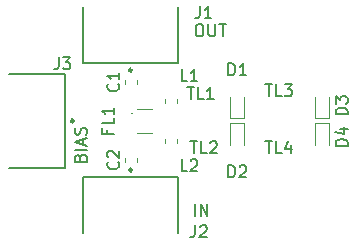
<source format=gbr>
%TF.GenerationSoftware,KiCad,Pcbnew,5.1.10-88a1d61d58~88~ubuntu18.04.1*%
%TF.CreationDate,2021-09-27T17:31:08+02:00*%
%TF.ProjectId,rf_phase_shifter_5_8GHz,72665f70-6861-4736-955f-736869667465,1.0.0*%
%TF.SameCoordinates,Original*%
%TF.FileFunction,Legend,Top*%
%TF.FilePolarity,Positive*%
%FSLAX46Y46*%
G04 Gerber Fmt 4.6, Leading zero omitted, Abs format (unit mm)*
G04 Created by KiCad (PCBNEW 5.1.10-88a1d61d58~88~ubuntu18.04.1) date 2021-09-27 17:31:08*
%MOMM*%
%LPD*%
G01*
G04 APERTURE LIST*
%ADD10C,0.150000*%
%ADD11C,0.250000*%
%ADD12C,0.100000*%
%ADD13C,0.120000*%
G04 APERTURE END LIST*
D10*
X80192571Y-62031428D02*
X80240190Y-61888571D01*
X80287809Y-61840952D01*
X80383047Y-61793333D01*
X80525904Y-61793333D01*
X80621142Y-61840952D01*
X80668761Y-61888571D01*
X80716380Y-61983809D01*
X80716380Y-62364761D01*
X79716380Y-62364761D01*
X79716380Y-62031428D01*
X79764000Y-61936190D01*
X79811619Y-61888571D01*
X79906857Y-61840952D01*
X80002095Y-61840952D01*
X80097333Y-61888571D01*
X80144952Y-61936190D01*
X80192571Y-62031428D01*
X80192571Y-62364761D01*
X80716380Y-61364761D02*
X79716380Y-61364761D01*
X80430666Y-60936190D02*
X80430666Y-60460000D01*
X80716380Y-61031428D02*
X79716380Y-60698095D01*
X80716380Y-60364761D01*
X80668761Y-60079047D02*
X80716380Y-59936190D01*
X80716380Y-59698095D01*
X80668761Y-59602857D01*
X80621142Y-59555238D01*
X80525904Y-59507619D01*
X80430666Y-59507619D01*
X80335428Y-59555238D01*
X80287809Y-59602857D01*
X80240190Y-59698095D01*
X80192571Y-59888571D01*
X80144952Y-59983809D01*
X80097333Y-60031428D01*
X80002095Y-60079047D01*
X79906857Y-60079047D01*
X79811619Y-60031428D01*
X79764000Y-59983809D01*
X79716380Y-59888571D01*
X79716380Y-59650476D01*
X79764000Y-59507619D01*
X90186000Y-50760380D02*
X90376476Y-50760380D01*
X90471714Y-50808000D01*
X90566952Y-50903238D01*
X90614571Y-51093714D01*
X90614571Y-51427047D01*
X90566952Y-51617523D01*
X90471714Y-51712761D01*
X90376476Y-51760380D01*
X90186000Y-51760380D01*
X90090761Y-51712761D01*
X89995523Y-51617523D01*
X89947904Y-51427047D01*
X89947904Y-51093714D01*
X89995523Y-50903238D01*
X90090761Y-50808000D01*
X90186000Y-50760380D01*
X91043142Y-50760380D02*
X91043142Y-51569904D01*
X91090761Y-51665142D01*
X91138380Y-51712761D01*
X91233619Y-51760380D01*
X91424095Y-51760380D01*
X91519333Y-51712761D01*
X91566952Y-51665142D01*
X91614571Y-51569904D01*
X91614571Y-50760380D01*
X91947904Y-50760380D02*
X92519333Y-50760380D01*
X92233619Y-51760380D02*
X92233619Y-50760380D01*
X89900190Y-67000380D02*
X89900190Y-66000380D01*
X90376380Y-67000380D02*
X90376380Y-66000380D01*
X90947809Y-67000380D01*
X90947809Y-66000380D01*
D11*
%TO.C,J3*%
X79646000Y-58928000D02*
G75*
G03*
X79646000Y-58928000I-125000J0D01*
G01*
D10*
X74186000Y-62928000D02*
X78886000Y-62928000D01*
X78886000Y-62928000D02*
X78886000Y-54928000D01*
X74186000Y-54928000D02*
X78886000Y-54928000D01*
D11*
%TO.C,J2*%
X84580000Y-63079000D02*
G75*
G03*
X84580000Y-63079000I-125000J0D01*
G01*
D10*
X88455000Y-68414000D02*
X88455000Y-63714000D01*
X88455000Y-63714000D02*
X80455000Y-63714000D01*
X80455000Y-68414000D02*
X80455000Y-63714000D01*
D11*
%TO.C,J1*%
X84580000Y-54629000D02*
G75*
G03*
X84580000Y-54629000I-125000J0D01*
G01*
D10*
X80455000Y-49294000D02*
X80455000Y-53994000D01*
X80455000Y-53994000D02*
X88455000Y-53994000D01*
X88455000Y-49294000D02*
X88455000Y-53994000D01*
D12*
%TO.C,FL1*%
X84973000Y-57928000D02*
X86223000Y-57928000D01*
X84973000Y-59928000D02*
X86223000Y-59928000D01*
X84598000Y-58278000D02*
X84598000Y-58278000D01*
X84498000Y-58278000D02*
X84498000Y-58278000D01*
X84498000Y-58278000D02*
G75*
G02*
X84598000Y-58278000I50000J0D01*
G01*
X84598000Y-58278000D02*
G75*
G02*
X84498000Y-58278000I-50000J0D01*
G01*
D13*
%TO.C,D4*%
X100085600Y-60986900D02*
X100085600Y-59136900D01*
X101285600Y-60986900D02*
X101285600Y-59136900D01*
X101285600Y-59136900D02*
X100085600Y-59136900D01*
%TO.C,L2*%
X88394000Y-60767279D02*
X88394000Y-60441721D01*
X87374000Y-60767279D02*
X87374000Y-60441721D01*
%TO.C,L1*%
X87374000Y-57088721D02*
X87374000Y-57414279D01*
X88394000Y-57088721D02*
X88394000Y-57414279D01*
%TO.C,D3*%
X101285600Y-56869100D02*
X101285600Y-58719100D01*
X100085600Y-56869100D02*
X100085600Y-58719100D01*
X100085600Y-58719100D02*
X101285600Y-58719100D01*
%TO.C,D2*%
X94084700Y-59136900D02*
X92884700Y-59136900D01*
X94084700Y-60986900D02*
X94084700Y-59136900D01*
X92884700Y-60986900D02*
X92884700Y-59136900D01*
%TO.C,D1*%
X92872000Y-58719100D02*
X94072000Y-58719100D01*
X92872000Y-56869100D02*
X92872000Y-58719100D01*
X94072000Y-56869100D02*
X94072000Y-58719100D01*
%TO.C,C2*%
X84965000Y-62370580D02*
X84965000Y-62089420D01*
X83945000Y-62370580D02*
X83945000Y-62089420D01*
%TO.C,C1*%
X84965000Y-55766580D02*
X84965000Y-55485420D01*
X83945000Y-55766580D02*
X83945000Y-55485420D01*
%TO.C,TL4*%
D10*
X95861333Y-60666380D02*
X96432761Y-60666380D01*
X96147047Y-61666380D02*
X96147047Y-60666380D01*
X97242285Y-61666380D02*
X96766095Y-61666380D01*
X96766095Y-60666380D01*
X98004190Y-60999714D02*
X98004190Y-61666380D01*
X97766095Y-60618761D02*
X97528000Y-61333047D01*
X98147047Y-61333047D01*
%TO.C,TL3*%
X95861333Y-55840380D02*
X96432761Y-55840380D01*
X96147047Y-56840380D02*
X96147047Y-55840380D01*
X97242285Y-56840380D02*
X96766095Y-56840380D01*
X96766095Y-55840380D01*
X97480380Y-55840380D02*
X98099428Y-55840380D01*
X97766095Y-56221333D01*
X97908952Y-56221333D01*
X98004190Y-56268952D01*
X98051809Y-56316571D01*
X98099428Y-56411809D01*
X98099428Y-56649904D01*
X98051809Y-56745142D01*
X98004190Y-56792761D01*
X97908952Y-56840380D01*
X97623238Y-56840380D01*
X97528000Y-56792761D01*
X97480380Y-56745142D01*
%TO.C,TL2*%
X89511333Y-60666380D02*
X90082761Y-60666380D01*
X89797047Y-61666380D02*
X89797047Y-60666380D01*
X90892285Y-61666380D02*
X90416095Y-61666380D01*
X90416095Y-60666380D01*
X91178000Y-60761619D02*
X91225619Y-60714000D01*
X91320857Y-60666380D01*
X91558952Y-60666380D01*
X91654190Y-60714000D01*
X91701809Y-60761619D01*
X91749428Y-60856857D01*
X91749428Y-60952095D01*
X91701809Y-61094952D01*
X91130380Y-61666380D01*
X91749428Y-61666380D01*
%TO.C,TL1*%
X89257333Y-56094380D02*
X89828761Y-56094380D01*
X89543047Y-57094380D02*
X89543047Y-56094380D01*
X90638285Y-57094380D02*
X90162095Y-57094380D01*
X90162095Y-56094380D01*
X91495428Y-57094380D02*
X90924000Y-57094380D01*
X91209714Y-57094380D02*
X91209714Y-56094380D01*
X91114476Y-56237238D01*
X91019238Y-56332476D01*
X90924000Y-56380095D01*
%TO.C,J3*%
X78345309Y-53554380D02*
X78345309Y-54268666D01*
X78297690Y-54411523D01*
X78202452Y-54506761D01*
X78059595Y-54554380D01*
X77964357Y-54554380D01*
X78726261Y-53554380D02*
X79345309Y-53554380D01*
X79011976Y-53935333D01*
X79154833Y-53935333D01*
X79250071Y-53982952D01*
X79297690Y-54030571D01*
X79345309Y-54125809D01*
X79345309Y-54363904D01*
X79297690Y-54459142D01*
X79250071Y-54506761D01*
X79154833Y-54554380D01*
X78869119Y-54554380D01*
X78773880Y-54506761D01*
X78726261Y-54459142D01*
%TO.C,J2*%
X89898023Y-67778380D02*
X89898023Y-68492666D01*
X89850404Y-68635523D01*
X89755166Y-68730761D01*
X89612309Y-68778380D01*
X89517071Y-68778380D01*
X90326595Y-67873619D02*
X90374214Y-67826000D01*
X90469452Y-67778380D01*
X90707547Y-67778380D01*
X90802785Y-67826000D01*
X90850404Y-67873619D01*
X90898023Y-67968857D01*
X90898023Y-68064095D01*
X90850404Y-68206952D01*
X90278976Y-68778380D01*
X90898023Y-68778380D01*
%TO.C,J1*%
X90283309Y-49236380D02*
X90283309Y-49950666D01*
X90235690Y-50093523D01*
X90140452Y-50188761D01*
X89997595Y-50236380D01*
X89902357Y-50236380D01*
X91283309Y-50236380D02*
X90711880Y-50236380D01*
X90997595Y-50236380D02*
X90997595Y-49236380D01*
X90902357Y-49379238D01*
X90807119Y-49474476D01*
X90711880Y-49522095D01*
%TO.C,FL1*%
X82478571Y-59666095D02*
X82478571Y-59999428D01*
X83002380Y-59999428D02*
X82002380Y-59999428D01*
X82002380Y-59523238D01*
X83002380Y-58666095D02*
X83002380Y-59142285D01*
X82002380Y-59142285D01*
X83002380Y-57808952D02*
X83002380Y-58380380D01*
X83002380Y-58094666D02*
X82002380Y-58094666D01*
X82145238Y-58189904D01*
X82240476Y-58285142D01*
X82288095Y-58380380D01*
%TO.C,D4*%
X102814380Y-61024995D02*
X101814380Y-61024995D01*
X101814380Y-60786900D01*
X101862000Y-60644042D01*
X101957238Y-60548804D01*
X102052476Y-60501185D01*
X102242952Y-60453566D01*
X102385809Y-60453566D01*
X102576285Y-60501185D01*
X102671523Y-60548804D01*
X102766761Y-60644042D01*
X102814380Y-60786900D01*
X102814380Y-61024995D01*
X102147714Y-59596423D02*
X102814380Y-59596423D01*
X101766761Y-59834519D02*
X102481047Y-60072614D01*
X102481047Y-59453566D01*
%TO.C,L2*%
X89241333Y-63190380D02*
X88765142Y-63190380D01*
X88765142Y-62190380D01*
X89527047Y-62285619D02*
X89574666Y-62238000D01*
X89669904Y-62190380D01*
X89908000Y-62190380D01*
X90003238Y-62238000D01*
X90050857Y-62285619D01*
X90098476Y-62380857D01*
X90098476Y-62476095D01*
X90050857Y-62618952D01*
X89479428Y-63190380D01*
X90098476Y-63190380D01*
%TO.C,L1*%
X89241333Y-55570380D02*
X88765142Y-55570380D01*
X88765142Y-54570380D01*
X90098476Y-55570380D02*
X89527047Y-55570380D01*
X89812761Y-55570380D02*
X89812761Y-54570380D01*
X89717523Y-54713238D01*
X89622285Y-54808476D01*
X89527047Y-54856095D01*
%TO.C,D3*%
X102814380Y-58370695D02*
X101814380Y-58370695D01*
X101814380Y-58132600D01*
X101862000Y-57989742D01*
X101957238Y-57894504D01*
X102052476Y-57846885D01*
X102242952Y-57799266D01*
X102385809Y-57799266D01*
X102576285Y-57846885D01*
X102671523Y-57894504D01*
X102766761Y-57989742D01*
X102814380Y-58132600D01*
X102814380Y-58370695D01*
X101814380Y-57465933D02*
X101814380Y-56846885D01*
X102195333Y-57180219D01*
X102195333Y-57037361D01*
X102242952Y-56942123D01*
X102290571Y-56894504D01*
X102385809Y-56846885D01*
X102623904Y-56846885D01*
X102719142Y-56894504D01*
X102766761Y-56942123D01*
X102814380Y-57037361D01*
X102814380Y-57323076D01*
X102766761Y-57418314D01*
X102719142Y-57465933D01*
%TO.C,D2*%
X92733904Y-63698380D02*
X92733904Y-62698380D01*
X92972000Y-62698380D01*
X93114857Y-62746000D01*
X93210095Y-62841238D01*
X93257714Y-62936476D01*
X93305333Y-63126952D01*
X93305333Y-63269809D01*
X93257714Y-63460285D01*
X93210095Y-63555523D01*
X93114857Y-63650761D01*
X92972000Y-63698380D01*
X92733904Y-63698380D01*
X93686285Y-62793619D02*
X93733904Y-62746000D01*
X93829142Y-62698380D01*
X94067238Y-62698380D01*
X94162476Y-62746000D01*
X94210095Y-62793619D01*
X94257714Y-62888857D01*
X94257714Y-62984095D01*
X94210095Y-63126952D01*
X93638666Y-63698380D01*
X94257714Y-63698380D01*
%TO.C,D1*%
X92733904Y-55062380D02*
X92733904Y-54062380D01*
X92972000Y-54062380D01*
X93114857Y-54110000D01*
X93210095Y-54205238D01*
X93257714Y-54300476D01*
X93305333Y-54490952D01*
X93305333Y-54633809D01*
X93257714Y-54824285D01*
X93210095Y-54919523D01*
X93114857Y-55014761D01*
X92972000Y-55062380D01*
X92733904Y-55062380D01*
X94257714Y-55062380D02*
X93686285Y-55062380D01*
X93972000Y-55062380D02*
X93972000Y-54062380D01*
X93876761Y-54205238D01*
X93781523Y-54300476D01*
X93686285Y-54348095D01*
%TO.C,C2*%
X83382142Y-62396666D02*
X83429761Y-62444285D01*
X83477380Y-62587142D01*
X83477380Y-62682380D01*
X83429761Y-62825238D01*
X83334523Y-62920476D01*
X83239285Y-62968095D01*
X83048809Y-63015714D01*
X82905952Y-63015714D01*
X82715476Y-62968095D01*
X82620238Y-62920476D01*
X82525000Y-62825238D01*
X82477380Y-62682380D01*
X82477380Y-62587142D01*
X82525000Y-62444285D01*
X82572619Y-62396666D01*
X82572619Y-62015714D02*
X82525000Y-61968095D01*
X82477380Y-61872857D01*
X82477380Y-61634761D01*
X82525000Y-61539523D01*
X82572619Y-61491904D01*
X82667857Y-61444285D01*
X82763095Y-61444285D01*
X82905952Y-61491904D01*
X83477380Y-62063333D01*
X83477380Y-61444285D01*
%TO.C,C1*%
X83382142Y-55792666D02*
X83429761Y-55840285D01*
X83477380Y-55983142D01*
X83477380Y-56078380D01*
X83429761Y-56221238D01*
X83334523Y-56316476D01*
X83239285Y-56364095D01*
X83048809Y-56411714D01*
X82905952Y-56411714D01*
X82715476Y-56364095D01*
X82620238Y-56316476D01*
X82525000Y-56221238D01*
X82477380Y-56078380D01*
X82477380Y-55983142D01*
X82525000Y-55840285D01*
X82572619Y-55792666D01*
X83477380Y-54840285D02*
X83477380Y-55411714D01*
X83477380Y-55126000D02*
X82477380Y-55126000D01*
X82620238Y-55221238D01*
X82715476Y-55316476D01*
X82763095Y-55411714D01*
%TD*%
M02*

</source>
